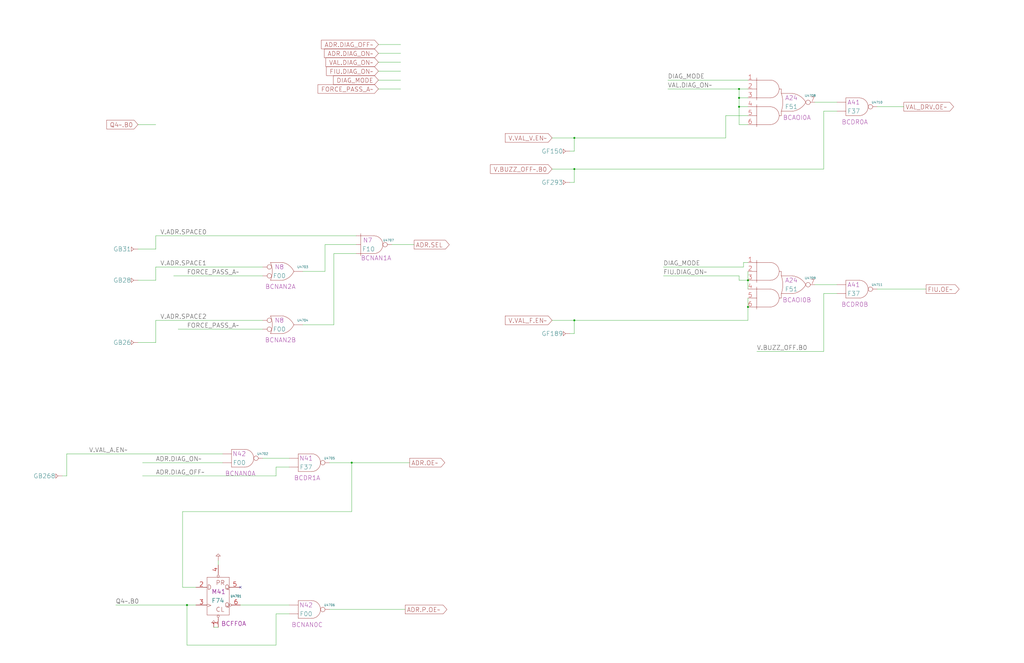
<source format=kicad_sch>
(kicad_sch (version 20230121) (generator eeschema)
  (paper "User" 584.2 378.46)
  (title_block (title "BUS CONTROL") (date "22-MAR-90") (rev "1.0") (comment 1 "VALUE") (comment 2 "232-003063") (comment 3 "S400") (comment 4 "RELEASED"))
  (lib_symbols
    (symbol "r1000:F00" (pin_numbers hide) (pin_names hide)
      (property "Reference" "U" (at 15.24 0 0))
      (property "Value" "F00" (at 1.905 -5.08 0))
      (property "Location" "___" (at 1.905 0 0))
      (property "Name" "______" (at 2.54 -12.7 0))
      (symbol "F00_0_1"
        (polyline (pts (xy -2.54 -7.62) (xy 5.08 -7.62)) (stroke (width 0.1524)))
        (polyline (pts (xy -2.54 2.54) (xy -2.54 -7.62)) (stroke (width 0.1524)))
        (polyline (pts (xy -2.54 2.54) (xy 5.08 2.54)) (stroke (width 0.1524)))
        (arc (start 5.08 -7.62) (mid 10.1282 -2.54) (end 5.08 2.54) (stroke (width 0.1524)))
        (circle (center 11.43 -2.54) (radius 1.27) (stroke (width 0.1524)))
      )
      (symbol "F00_0_2"
        (circle (center -3.81 -5.08) (radius 1.27) (stroke (width 0.1524)))
        (circle (center -3.81 0) (radius 1.27) (stroke (width 0.1524)))
        (arc (start -3.175 -7.62) (mid -2.134 -2.54) (end -3.175 2.54) (stroke (width 0.1524)))
        (polyline (pts (xy -3.175 -7.62) (xy 3.81 -7.62)) (stroke (width 0.1524)))
        (polyline (pts (xy -3.175 2.54) (xy 3.81 2.54)) (stroke (width 0.1524)))
        (arc (start 3.81 -7.62) (mid 7.5855 -5.8306) (end 10.16 -2.54) (stroke (width 0.1524)))
        (arc (start 10.16 -2.54) (mid 7.5827 0.7471) (end 3.81 2.54) (stroke (width 0.1524)))
      )
      (symbol "F00_1_1"
        (pin input line (at -7.62 0 0) (length 5.08) (name "D0") (number "1"))
        (pin input line (at -7.62 -5.08 0) (length 5.08) (name "D1") (number "2"))
        (pin output line (at 15.24 -2.54 180) (length 2.54) (name "Q") (number "3"))
      )
      (symbol "F00_1_2"
        (pin input line (at -7.62 0 0) (length 2.54) (name "D0") (number "1"))
        (pin input line (at -7.62 -5.08 0) (length 2.54) (name "D1") (number "2"))
        (pin output line (at 15.24 -2.54 180) (length 5.08) (name "Q") (number "3"))
      )
    )
    (symbol "r1000:F10" (pin_numbers hide) (pin_names hide)
      (property "Reference" "U" (at 13.335 0 0))
      (property "Value" "F10" (at 5.715 -5.08 0))
      (property "Location" "___" (at -1.27 0 0))
      (property "Name" "______" (at -2.54 -10.16 0))
      (symbol "F10_0_1"
        (polyline (pts (xy -2.54 -7.62) (xy 5.08 -7.62)) (stroke (width 0.1524)))
        (polyline (pts (xy -2.54 2.54) (xy 5.08 2.54)) (stroke (width 0.1524)))
        (polyline (pts (xy -2.54 3.81) (xy -2.54 -8.89)) (stroke (width 0.1524)))
        (arc (start 5.08 -7.62) (mid 10.1282 -2.54) (end 5.08 2.54) (stroke (width 0.1524)))
        (circle (center 11.43 -2.54) (radius 1.27) (stroke (width 0.1524)))
      )
      (symbol "F10_0_2"
        (circle (center -3.81 -7.62) (radius 1.27) (stroke (width 0.1524)))
        (circle (center -3.81 2.54) (radius 1.27) (stroke (width 0.1524)))
        (circle (center -3.175 -2.54) (radius 1.27) (stroke (width 0.1524)))
        (arc (start -2.54 -7.62) (mid -1.8195 -2.54) (end -2.54 2.54) (stroke (width 0.1524)))
        (polyline (pts (xy -4.445 -2.54) (xy -5.08 -2.54)) (stroke (width 0.1524)))
        (polyline (pts (xy -2.54 -7.62) (xy 5.08 -7.62)) (stroke (width 0.1524)))
        (polyline (pts (xy -2.54 2.54) (xy 5.08 2.54)) (stroke (width 0.1524)))
        (polyline (pts (xy 10.795 -2.54) (xy 12.7 -2.54)) (stroke (width 0.1524)))
        (arc (start 5.08 -7.62) (mid 8.4845 -5.6954) (end 10.795 -2.54) (stroke (width 0.1524)))
        (arc (start 10.795 -2.54) (mid 8.4807 0.6111) (end 5.08 2.54) (stroke (width 0.1524)))
      )
      (symbol "F10_1_1"
        (pin input line (at -5.08 2.54 0) (length 2.54) (name "D0") (number "1"))
        (pin input line (at -5.08 -2.54 0) (length 2.54) (name "D1") (number "2"))
        (pin input line (at -5.08 -7.62 0) (length 2.54) (name "D2") (number "3"))
        (pin output line (at 15.24 -2.54 180) (length 2.54) (name "Q") (number "4"))
      )
      (symbol "F10_1_2"
        (pin input line (at -5.08 2.54 0) (length 0) (name "D0") (number "1"))
        (pin input line (at -5.08 -2.54 0) (length 0) (name "D1") (number "2"))
        (pin input line (at -5.08 -7.62 0) (length 0) (name "D2") (number "3"))
        (pin output line (at 15.24 -2.54 180) (length 2.54) (name "Q") (number "4"))
      )
    )
    (symbol "r1000:F37" (pin_numbers hide) (pin_names (offset 0) hide)
      (property "Reference" "U" (at 15.24 0 0))
      (property "Value" "F37" (at 1.905 -5.08 0))
      (property "Location" "___" (at 1.905 0 0))
      (property "Name" "______" (at 2.54 -12.7 0))
      (symbol "F37_0_1"
        (polyline (pts (xy -2.54 -7.62) (xy 5.08 -7.62)) (stroke (width 0.1524)))
        (polyline (pts (xy -2.54 2.54) (xy -2.54 -7.62)) (stroke (width 0.1524)))
        (polyline (pts (xy -2.54 2.54) (xy 5.08 2.54)) (stroke (width 0.1524)))
        (arc (start 5.08 -7.62) (mid 10.1282 -2.54) (end 5.08 2.54) (stroke (width 0.1524)))
        (circle (center 11.43 -2.54) (radius 1.27) (stroke (width 0.1524)))
      )
      (symbol "F37_0_2"
        (circle (center -3.81 -5.08) (radius 1.27) (stroke (width 0.1524)))
        (circle (center -3.81 0) (radius 1.27) (stroke (width 0.1524)))
        (arc (start -3.175 -7.62) (mid -2.134 -2.54) (end -3.175 2.54) (stroke (width 0.1524)))
        (polyline (pts (xy -3.175 -7.62) (xy 3.81 -7.62)) (stroke (width 0.1524)))
        (polyline (pts (xy -3.175 2.54) (xy 3.81 2.54)) (stroke (width 0.1524)))
        (arc (start 3.81 -7.62) (mid 7.5855 -5.8306) (end 10.16 -2.54) (stroke (width 0.1524)))
        (arc (start 10.16 -2.54) (mid 7.5827 0.7471) (end 3.81 2.54) (stroke (width 0.1524)))
      )
      (symbol "F37_1_1"
        (pin input line (at -7.62 0 0) (length 5.08) (name "D0") (number "1"))
        (pin input line (at -7.62 -5.08 0) (length 5.08) (name "D1") (number "2"))
        (pin output line (at 15.24 -2.54 180) (length 2.54) (name "Q") (number "3"))
      )
      (symbol "F37_1_2"
        (pin input line (at -7.62 0 0) (length 2.54) (name "D0") (number "1"))
        (pin input line (at -7.62 -5.08 0) (length 2.54) (name "D1") (number "2"))
        (pin output line (at 15.24 -2.54 180) (length 5.08) (name "Q") (number "3"))
      )
    )
    (symbol "r1000:F51" (pin_names hide)
      (property "Reference" "U" (at 12.7 1.27 0))
      (property "Value" "F51" (at 1.905 -5.08 0))
      (property "Location" "___" (at 1.905 0 0))
      (property "Name" "______" (at 5.08 -12.7 0))
      (symbol "F51_0_0"
        (arc (start -10.16 -15.24) (mid -6.5679 -13.7521) (end -5.08 -10.16) (stroke (width 0.1524)))
        (arc (start -10.16 0) (mid -6.5679 1.4879) (end -5.08 5.08) (stroke (width 0.1524)))
        (arc (start -5.08 -10.16) (mid -6.5679 -6.5679) (end -10.16 -5.08) (stroke (width 0.1524)))
        (arc (start -5.08 5.08) (mid -6.5679 8.6721) (end -10.16 10.16) (stroke (width 0.1524)))
        (arc (start -3.8173 -7.62) (mid -2.9926 -2.54) (end -3.8173 2.54) (stroke (width 0.1524)))
        (polyline (pts (xy -20.32 -15.24) (xy -17.78 -15.24)) (stroke (width 0.1524)))
        (polyline (pts (xy -20.32 -10.16) (xy -17.78 -10.16)) (stroke (width 0.1524)))
        (polyline (pts (xy -20.32 -5.08) (xy -17.78 -5.08)) (stroke (width 0.1524)))
        (polyline (pts (xy -20.32 0) (xy -17.78 0)) (stroke (width 0.1524)))
        (polyline (pts (xy -20.32 5.08) (xy -17.78 5.08)) (stroke (width 0.1524)))
        (polyline (pts (xy -20.32 10.16) (xy -17.78 10.16)) (stroke (width 0.1524)))
        (polyline (pts (xy -17.78 -3.81) (xy -17.78 -16.51)) (stroke (width 0.1524)))
        (polyline (pts (xy -17.78 11.43) (xy -17.78 -1.27)) (stroke (width 0.1524)))
        (polyline (pts (xy -10.16 -15.24) (xy -17.78 -15.24)) (stroke (width 0.1524)))
        (polyline (pts (xy -10.16 -5.08) (xy -17.78 -5.08)) (stroke (width 0.1524)))
        (polyline (pts (xy -10.16 0) (xy -17.78 0)) (stroke (width 0.1524)))
        (polyline (pts (xy -10.16 10.16) (xy -17.78 10.16)) (stroke (width 0.1524)))
        (polyline (pts (xy -3.81 -7.62) (xy 2.54 -7.62)) (stroke (width 0.1524)))
        (polyline (pts (xy -3.81 2.54) (xy 2.54 2.54)) (stroke (width 0.1524)))
        (polyline (pts (xy -5.08 -10.16) (xy -3.81 -10.16) (xy -3.81 -7.62)) (stroke (width 0.1524)))
        (polyline (pts (xy -5.08 5.08) (xy -3.81 5.08) (xy -3.81 2.54)) (stroke (width 0.1524)))
        (arc (start 2.54 -7.62) (mid 6.9504 -5.9805) (end 10.16 -2.54) (stroke (width 0.1524)))
        (arc (start 10.16 -2.54) (mid 6.9516 0.9024) (end 2.54 2.54) (stroke (width 0.1524)))
        (circle (center 11.43 -2.54) (radius 1.27) (stroke (width 0.1524)))
      )
      (symbol "F51_1_1"
        (pin input line (at -22.86 10.16 0) (length 2.54) (name "A1") (number "1"))
        (pin input line (at -22.86 5.08 0) (length 2.54) (name "A2") (number "2"))
        (pin input line (at -22.86 0 0) (length 2.54) (name "A3") (number "3"))
        (pin input line (at -22.86 -5.08 0) (length 2.54) (name "B1") (number "4"))
        (pin input line (at -22.86 -10.16 0) (length 2.54) (name "B2") (number "5"))
        (pin input line (at -22.86 -15.24 0) (length 2.54) (name "B3") (number "6"))
        (pin output line (at 15.24 -2.54 180) (length 2.54) (name "Q") (number "7"))
      )
    )
    (symbol "r1000:F74" (pin_names (offset 1.016) hide)
      (property "Reference" "U" (at 12.7 -2.54 0))
      (property "Value" "F74" (at -1.27 -5.08 0))
      (property "Location" "___" (at -1.27 0 0))
      (property "Name" "______" (at 11.43 -19.685 0))
      (symbol "F74_0_1"
        (rectangle (start -3.81 8.255) (end 8.89 -13.335) (stroke (width 0.1524)))
        (polyline (pts (xy 2.54 -15.24) (xy 2.54 -14.605)) (stroke (width 0.1524)))
        (polyline (pts (xy 2.54 10.16) (xy 2.54 9.525)) (stroke (width 0.1524)))
      )
      (symbol "F74_1_1"
        (circle (center 2.54 -13.97) (radius 0.635))
        (circle (center 2.54 8.89) (radius 0.635))
        (circle (center 9.525 -7.62) (radius 0.635))
        (text ">" (at -2.54 -7.62 0) (effects (font (size 2.54 2.54))))
        (text "C" (at 2.54 -10.16 0) (effects (font (size 2.54 2.54))))
        (text "D" (at -2.54 2.54 0) (effects (font (size 2.54 2.54))))
        (text "L" (at 5.08 -10.16 0) (effects (font (size 2.54 2.54))))
        (text "P" (at 2.54 5.08 0) (effects (font (size 2.54 2.54))))
        (text "Q" (at 7.62 -7.62 0) (effects (font (size 2.54 2.54))))
        (text "Q" (at 7.62 2.54 0) (effects (font (size 2.54 2.54))))
        (text "R" (at 5.08 5.08 0) (effects (font (size 2.54 2.54))))
        (pin input line (at 2.54 -20.32 90) (length 5.08) (name "CL_") (number "1"))
        (pin input line (at -10.16 2.54 0) (length 6.35) (name "D") (number "2"))
        (pin input line (at -10.16 -7.62 0) (length 6.35) (name "CLK") (number "3"))
        (pin input line (at 2.54 15.24 270) (length 5.08) (name "PR_") (number "4"))
        (pin output line (at 15.24 2.54 180) (length 6.35) (name "Q") (number "5"))
        (pin output line (at 15.24 -7.62 180) (length 5.08) (name "Q_") (number "6"))
      )
    )
    (symbol "r1000:GB" (pin_numbers hide) (pin_names (offset 0) hide)
      (property "Reference" "GB" (at 3.81 0 0))
      (symbol "GB_0_1"
        (polyline (pts (xy 2.54 0) (xy 3.81 1.27) (xy 3.81 -1.27) (xy 2.54 0)) (stroke (width 0.1524)))
      )
      (symbol "GB_1_1"
        (pin bidirectional line (at 0 0 0) (length 2.54) (name "") (number "1"))
      )
    )
    (symbol "r1000:GF" (pin_numbers hide) (pin_names (offset 0) hide)
      (property "Reference" "GF" (at 3.81 0 0))
      (symbol "GF_0_1"
        (polyline (pts (xy 2.54 0) (xy 3.81 1.27) (xy 3.81 -1.27) (xy 2.54 0)) (stroke (width 0.1524)))
      )
      (symbol "GF_1_1"
        (pin bidirectional line (at 0 0 0) (length 2.54) (name "") (number "1"))
      )
    )
    (symbol "r1000:PU" (power) (pin_numbers hide) (pin_names hide)
      (symbol "PU_0_1"
        (polyline (pts (xy 0 2.54) (xy -1.27 2.54) (xy 0 3.81) (xy 1.27 2.54) (xy 0 2.54)) (stroke (width 0.1524)))
      )
      (symbol "PU_1_1"
        (pin power_in line (at 0 0 90) (length 2.54) (name "PU") (number "1"))
      )
    )
  )
  (junction (at 200.66 264.16))
  (junction (at 426.72 175.26))
  (junction (at 327.66 96.52))
  (junction (at 421.64 55.88))
  (junction (at 327.66 182.88))
  (junction (at 421.64 60.96))
  (junction (at 106.68 345.44))
  (junction (at 426.72 160.02))
  (junction (at 421.64 50.8))
  (junction (at 327.66 78.74))
  (no_connect (at 137.16 335.28))
  (wire (pts (xy 81.28 264.16) (xy 127 264.16)))
  (wire (pts (xy 314.96 96.52) (xy 327.66 96.52)))
  (wire (pts (xy 38.1 271.78) (xy 38.1 259.08)))
  (wire (pts (xy 215.9 40.64) (xy 228.6 40.64)))
  (wire (pts (xy 101.6 187.96) (xy 149.86 187.96)))
  (wire (pts (xy 500.38 60.96) (xy 515.62 60.96)))
  (wire (pts (xy 327.66 182.88) (xy 327.66 190.5)))
  (wire (pts (xy 203.2 139.7) (xy 185.42 139.7)))
  (wire (pts (xy 78.74 195.58) (xy 88.9 195.58)))
  (wire (pts (xy 99.06 157.48) (xy 149.86 157.48)))
  (wire (pts (xy 78.74 142.24) (xy 88.9 142.24)))
  (wire (pts (xy 200.66 264.16) (xy 200.66 292.1)))
  (wire (pts (xy 223.52 139.7) (xy 236.22 139.7)))
  (wire (pts (xy 157.48 266.7) (xy 165.1 266.7)))
  (wire (pts (xy 88.9 134.62) (xy 203.2 134.62)))
  (wire (pts (xy 381 50.8) (xy 421.64 50.8)))
  (wire (pts (xy 421.64 60.96) (xy 421.64 55.88)))
  (wire (pts (xy 314.96 78.74) (xy 327.66 78.74)))
  (wire (pts (xy 426.72 170.18) (xy 426.72 175.26)))
  (wire (pts (xy 124.46 320.04) (xy 124.46 322.58)))
  (wire (pts (xy 414.02 78.74) (xy 327.66 78.74)))
  (wire (pts (xy 469.9 167.64) (xy 477.52 167.64)))
  (wire (pts (xy 104.14 292.1) (xy 104.14 335.28)))
  (wire (pts (xy 104.14 335.28) (xy 111.76 335.28)))
  (wire (pts (xy 121.92 358.14) (xy 124.46 358.14)))
  (wire (pts (xy 469.9 63.5) (xy 477.52 63.5)))
  (wire (pts (xy 421.64 160.02) (xy 421.64 157.48)))
  (wire (pts (xy 88.9 182.88) (xy 149.86 182.88)))
  (wire (pts (xy 215.9 25.4) (xy 228.6 25.4)))
  (wire (pts (xy 88.9 142.24) (xy 88.9 134.62)))
  (wire (pts (xy 185.42 139.7) (xy 185.42 154.94)))
  (wire (pts (xy 327.66 104.14) (xy 325.12 104.14)))
  (wire (pts (xy 327.66 96.52) (xy 327.66 104.14)))
  (wire (pts (xy 414.02 66.04) (xy 414.02 78.74)))
  (wire (pts (xy 200.66 264.16) (xy 233.68 264.16)))
  (wire (pts (xy 378.46 152.4) (xy 424.18 152.4)))
  (wire (pts (xy 327.66 190.5) (xy 325.12 190.5)))
  (wire (pts (xy 426.72 160.02) (xy 426.72 165.1)))
  (wire (pts (xy 88.9 195.58) (xy 88.9 182.88)))
  (wire (pts (xy 426.72 182.88) (xy 426.72 175.26)))
  (wire (pts (xy 137.16 345.44) (xy 165.1 345.44)))
  (wire (pts (xy 424.18 149.86) (xy 426.72 149.86)))
  (wire (pts (xy 469.9 96.52) (xy 469.9 63.5)))
  (wire (pts (xy 381 45.72) (xy 426.72 45.72)))
  (wire (pts (xy 327.66 182.88) (xy 426.72 182.88)))
  (wire (pts (xy 38.1 259.08) (xy 127 259.08)))
  (wire (pts (xy 88.9 152.4) (xy 149.86 152.4)))
  (wire (pts (xy 35.56 271.78) (xy 38.1 271.78)))
  (wire (pts (xy 426.72 154.94) (xy 426.72 160.02)))
  (wire (pts (xy 66.04 345.44) (xy 106.68 345.44)))
  (wire (pts (xy 200.66 292.1) (xy 104.14 292.1)))
  (wire (pts (xy 215.9 30.48) (xy 228.6 30.48)))
  (wire (pts (xy 187.96 347.98) (xy 231.14 347.98)))
  (wire (pts (xy 157.48 350.52) (xy 157.48 368.3)))
  (wire (pts (xy 327.66 78.74) (xy 327.66 86.36)))
  (wire (pts (xy 327.66 96.52) (xy 469.9 96.52)))
  (wire (pts (xy 431.8 200.66) (xy 469.9 200.66)))
  (wire (pts (xy 172.72 185.42) (xy 190.5 185.42)))
  (wire (pts (xy 78.74 160.02) (xy 88.9 160.02)))
  (wire (pts (xy 378.46 157.48) (xy 421.64 157.48)))
  (wire (pts (xy 500.38 165.1) (xy 528.32 165.1)))
  (wire (pts (xy 421.64 60.96) (xy 426.72 60.96)))
  (wire (pts (xy 81.28 271.78) (xy 157.48 271.78)))
  (wire (pts (xy 215.9 45.72) (xy 228.6 45.72)))
  (wire (pts (xy 157.48 368.3) (xy 106.68 368.3)))
  (wire (pts (xy 426.72 160.02) (xy 421.64 160.02)))
  (wire (pts (xy 88.9 160.02) (xy 88.9 152.4)))
  (wire (pts (xy 185.42 154.94) (xy 172.72 154.94)))
  (wire (pts (xy 106.68 345.44) (xy 111.76 345.44)))
  (wire (pts (xy 426.72 71.12) (xy 421.64 71.12)))
  (wire (pts (xy 215.9 50.8) (xy 228.6 50.8)))
  (wire (pts (xy 421.64 71.12) (xy 421.64 60.96)))
  (wire (pts (xy 190.5 144.78) (xy 203.2 144.78)))
  (wire (pts (xy 149.86 261.62) (xy 165.1 261.62)))
  (wire (pts (xy 464.82 162.56) (xy 477.52 162.56)))
  (wire (pts (xy 421.64 55.88) (xy 421.64 50.8)))
  (wire (pts (xy 327.66 86.36) (xy 325.12 86.36)))
  (wire (pts (xy 314.96 182.88) (xy 327.66 182.88)))
  (wire (pts (xy 424.18 152.4) (xy 424.18 149.86)))
  (wire (pts (xy 426.72 66.04) (xy 414.02 66.04)))
  (wire (pts (xy 106.68 368.3) (xy 106.68 345.44)))
  (wire (pts (xy 165.1 350.52) (xy 157.48 350.52)))
  (wire (pts (xy 190.5 185.42) (xy 190.5 144.78)))
  (wire (pts (xy 157.48 271.78) (xy 157.48 266.7)))
  (wire (pts (xy 187.96 264.16) (xy 200.66 264.16)))
  (wire (pts (xy 421.64 50.8) (xy 426.72 50.8)))
  (wire (pts (xy 421.64 55.88) (xy 426.72 55.88)))
  (wire (pts (xy 78.74 71.12) (xy 88.9 71.12)))
  (wire (pts (xy 215.9 35.56) (xy 228.6 35.56)))
  (wire (pts (xy 464.82 58.42) (xy 477.52 58.42)))
  (wire (pts (xy 469.9 200.66) (xy 469.9 167.64)))
  (label "FORCE_PASS_A~" (at 106.68 187.96 0) (effects (font (size 2.54 2.54))))
  (label "V.ADR.SPACE1" (at 91.44 152.4 0) (effects (font (size 2.54 2.54))))
  (label "FIU.DIAG_ON~" (at 378.46 157.48 0) (effects (font (size 2.54 2.54))))
  (label "FORCE_PASS_A~" (at 106.68 157.48 0) (effects (font (size 2.54 2.54))))
  (label "V.BUZZ_OFF.B0" (at 431.8 200.66 0) (effects (font (size 2.54 2.54))))
  (label "ADR.DIAG_ON~" (at 88.9 264.16 0) (effects (font (size 2.54 2.54))))
  (label "V.ADR.SPACE0" (at 91.44 134.62 0) (effects (font (size 2.54 2.54))))
  (label "VAL.DIAG_ON~" (at 381 50.8 0) (effects (font (size 2.54 2.54))))
  (label "DIAG_MODE" (at 381 45.72 0) (effects (font (size 2.54 2.54))))
  (label "ADR.DIAG_OFF~" (at 88.9 271.78 0) (effects (font (size 2.54 2.54))))
  (label "Q4~.B0" (at 66.04 345.44 0) (effects (font (size 2.54 2.54))))
  (label "V.VAL_A.EN~" (at 50.8 259.08 0) (effects (font (size 2.54 2.54))))
  (label "DIAG_MODE" (at 378.46 152.4 0) (effects (font (size 2.54 2.54))))
  (label "V.ADR.SPACE2" (at 91.44 182.88 0) (effects (font (size 2.54 2.54))))
  (global_label "ADR.OE~" (shape output) (at 233.68 264.16 0) (effects (font (size 2.54 2.54))) (property "Intersheetrefs" "${INTERSHEET_REFS}" (at 253.746 264.0013 0) (effects (font (size 1.905 1.905)) (justify left))))
  (global_label "FORCE_PASS_A~" (shape input) (at 215.9 50.8 180) (effects (font (size 2.54 2.54))) (property "Intersheetrefs" "${INTERSHEET_REFS}" (at 181.4407 50.6413 0) (effects (font (size 1.905 1.905)) (justify right))))
  (global_label "ADR.DIAG_ON~" (shape input) (at 215.9 30.48 180) (effects (font (size 2.54 2.54))) (property "Intersheetrefs" "${INTERSHEET_REFS}" (at 185.0692 30.3213 0) (effects (font (size 1.905 1.905)) (justify right))))
  (global_label "V.VAL_F.EN~" (shape input) (at 314.96 182.88 180) (effects (font (size 2.54 2.54))) (property "Intersheetrefs" "${INTERSHEET_REFS}" (at 288.2416 182.7213 0) (effects (font (size 1.905 1.905)) (justify right))))
  (global_label "ADR.P.OE~" (shape output) (at 231.14 347.98 0) (effects (font (size 2.54 2.54))) (property "Intersheetrefs" "${INTERSHEET_REFS}" (at 254.9555 347.8213 0) (effects (font (size 1.905 1.905)) (justify left))))
  (global_label "VAL_DRV.OE~" (shape output) (at 515.62 60.96 0) (effects (font (size 2.54 2.54))) (property "Intersheetrefs" "${INTERSHEET_REFS}" (at 544.0317 60.8013 0) (effects (font (size 1.905 1.905)) (justify left))))
  (global_label "V.VAL_V.EN~" (shape input) (at 314.96 78.74 180) (effects (font (size 2.54 2.54))) (property "Intersheetrefs" "${INTERSHEET_REFS}" (at 288.2416 78.5813 0) (effects (font (size 1.905 1.905)) (justify right))))
  (global_label "DIAG_MODE" (shape input) (at 215.9 45.72 180) (effects (font (size 2.54 2.54))) (property "Intersheetrefs" "${INTERSHEET_REFS}" (at 190.2702 45.5613 0) (effects (font (size 1.905 1.905)) (justify right))))
  (global_label "FIU.DIAG_ON~" (shape input) (at 215.9 40.64 180) (effects (font (size 2.54 2.54))) (property "Intersheetrefs" "${INTERSHEET_REFS}" (at 186.2788 40.4813 0) (effects (font (size 1.905 1.905)) (justify right))))
  (global_label "VAL.DIAG_ON~" (shape input) (at 215.9 35.56 180) (effects (font (size 2.54 2.54))) (property "Intersheetrefs" "${INTERSHEET_REFS}" (at 185.9159 35.4013 0) (effects (font (size 1.905 1.905)) (justify right))))
  (global_label "Q4~.B0" (shape input) (at 78.74 71.12 180) (effects (font (size 2.54 2.54))) (property "Intersheetrefs" "${INTERSHEET_REFS}" (at 60.8511 70.9613 0) (effects (font (size 1.905 1.905)) (justify right))))
  (global_label "V.BUZZ_OFF~.B0" (shape input) (at 314.96 96.52 180) (effects (font (size 2.54 2.54))) (property "Intersheetrefs" "${INTERSHEET_REFS}" (at 279.775 96.3613 0) (effects (font (size 1.905 1.905)) (justify right))))
  (global_label "ADR.DIAG_OFF~" (shape input) (at 215.9 25.4 180) (effects (font (size 2.54 2.54))) (property "Intersheetrefs" "${INTERSHEET_REFS}" (at 183.3759 25.2413 0) (effects (font (size 1.905 1.905)) (justify right))))
  (global_label "FIU.OE~" (shape output) (at 528.32 165.1 0) (effects (font (size 2.54 2.54))) (property "Intersheetrefs" "${INTERSHEET_REFS}" (at 547.1765 164.9413 0) (effects (font (size 1.905 1.905)) (justify left))))
  (global_label "ADR.SEL" (shape output) (at 236.22 139.7 0) (effects (font (size 2.54 2.54))) (property "Intersheetrefs" "${INTERSHEET_REFS}" (at 256.286 139.5413 0) (effects (font (size 1.905 1.905)) (justify left))))
  (symbol (lib_id "r1000:F00") (at 157.48 152.4 0) (unit 1) (convert 2)
    (property "Reference" "U4703" (at 172.72 152.4 0))
    (property "Value" "F00" (at 159.385 157.48 0) (effects (font (size 2.54 2.54))))
    (property "Location" "N8" (at 159.385 152.4 0) (effects (font (size 2.54 2.54))))
    (property "Name" "BCNAN2A" (at 160.02 165.1 0) (effects (font (size 2.54 2.54)) (justify bottom)))
  )
  (symbol (lib_id "r1000:GF") (at 325.12 190.5 0) (mirror y) (unit 1)
    (property "Reference" "GF189" (at 321.31 190.5 0) (effects (font (size 2.54 2.54)) (justify left)))
    (property "Value" "GF" (effects hide))
  )
  (symbol (lib_id "r1000:GB") (at 78.74 195.58 0) (mirror y) (unit 1)
    (property "Reference" "GB26" (at 74.93 195.58 0) (effects (font (size 2.54 2.54)) (justify left)))
    (property "Value" "GB" (effects hide))
  )
  (symbol (lib_id "r1000:GF") (at 325.12 86.36 0) (mirror y) (unit 1)
    (property "Reference" "GF150" (at 321.31 86.36 0) (effects (font (size 2.54 2.54)) (justify left)))
    (property "Value" "GF" (effects hide))
  )
  (symbol (lib_id "r1000:F51") (at 449.58 55.88 0) (unit 1)
    (property "Reference" "U4708" (at 462.28 54.61 0))
    (property "Value" "F51" (at 451.485 60.96 0) (effects (font (size 2.54 2.54))))
    (property "Location" "A24" (at 451.485 55.88 0) (effects (font (size 2.54 2.54))))
    (property "Name" "BCAOI0A" (at 454.66 68.58 0) (effects (font (size 2.54 2.54)) (justify bottom)))
  )
  (symbol (lib_id "r1000:PU") (at 121.92 358.14 0) (unit 1)
    (property "Reference" "#PWR04701" (effects hide))
    (property "Value" "PU" (effects hide))
  )
  (symbol (lib_id "r1000:F51") (at 449.58 160.02 0) (unit 1)
    (property "Reference" "U4709" (at 462.28 158.75 0))
    (property "Value" "F51" (at 451.485 165.1 0) (effects (font (size 2.54 2.54))))
    (property "Location" "A24" (at 451.485 160.02 0) (effects (font (size 2.54 2.54))))
    (property "Name" "BCAOI0B" (at 454.66 172.72 0) (effects (font (size 2.54 2.54)) (justify bottom)))
  )
  (symbol (lib_id "r1000:F00") (at 157.48 182.88 0) (unit 1) (convert 2)
    (property "Reference" "U4704" (at 172.72 182.88 0))
    (property "Value" "F00" (at 159.385 187.96 0) (effects (font (size 2.54 2.54))))
    (property "Location" "N8" (at 159.385 182.88 0) (effects (font (size 2.54 2.54))))
    (property "Name" "BCNAN2B" (at 160.02 195.58 0) (effects (font (size 2.54 2.54)) (justify bottom)))
  )
  (symbol (lib_id "r1000:F37") (at 485.14 162.56 0) (unit 1)
    (property "Reference" "U4711" (at 500.38 162.56 0))
    (property "Value" "F37" (at 487.045 167.64 0) (effects (font (size 2.54 2.54))))
    (property "Location" "A41" (at 487.045 162.56 0) (effects (font (size 2.54 2.54))))
    (property "Name" "BCDR0B" (at 487.68 175.26 0) (effects (font (size 2.54 2.54)) (justify bottom)))
  )
  (symbol (lib_id "r1000:F00") (at 172.72 345.44 0) (unit 1)
    (property "Reference" "U4706" (at 187.96 345.44 0))
    (property "Value" "F00" (at 174.625 350.52 0) (effects (font (size 2.54 2.54))))
    (property "Location" "N42" (at 174.625 345.44 0) (effects (font (size 2.54 2.54))))
    (property "Name" "BCNAN0C" (at 175.26 358.14 0) (effects (font (size 2.54 2.54)) (justify bottom)))
  )
  (symbol (lib_id "r1000:PU") (at 124.46 320.04 0) (unit 1)
    (property "Reference" "#PWR04702" (effects hide))
    (property "Value" "PU" (effects hide))
  )
  (symbol (lib_id "r1000:GF") (at 325.12 104.14 0) (mirror y) (unit 1)
    (property "Reference" "GF293" (at 321.31 104.14 0) (effects (font (size 2.54 2.54)) (justify left)))
    (property "Value" "GF" (effects hide))
  )
  (symbol (lib_id "r1000:F37") (at 172.72 261.62 0) (unit 1)
    (property "Reference" "U4705" (at 187.96 261.62 0))
    (property "Value" "F37" (at 174.625 266.7 0) (effects (font (size 2.54 2.54))))
    (property "Location" "N41" (at 174.625 261.62 0) (effects (font (size 2.54 2.54))))
    (property "Name" "BCDR1A" (at 175.26 274.32 0) (effects (font (size 2.54 2.54)) (justify bottom)))
  )
  (symbol (lib_id "r1000:GB") (at 78.74 142.24 0) (mirror y) (unit 1)
    (property "Reference" "GB31" (at 74.93 142.24 0) (effects (font (size 2.54 2.54)) (justify left)))
    (property "Value" "GB" (effects hide))
  )
  (symbol (lib_id "r1000:GB") (at 78.74 160.02 0) (mirror y) (unit 1)
    (property "Reference" "GB28" (at 74.93 160.02 0) (effects (font (size 2.54 2.54)) (justify left)))
    (property "Value" "GB" (effects hide))
  )
  (symbol (lib_id "r1000:F74") (at 121.92 337.82 0) (unit 1)
    (property "Reference" "U4701" (at 134.62 340.36 0))
    (property "Value" "F74" (at 120.65 342.9 0) (effects (font (size 2.54 2.54)) (justify left)))
    (property "Location" "M41" (at 120.65 337.82 0) (effects (font (size 2.54 2.54)) (justify left)))
    (property "Name" "BCFF0A" (at 133.35 357.505 0) (effects (font (size 2.54 2.54)) (justify bottom)))
  )
  (symbol (lib_id "r1000:F00") (at 134.62 259.08 0) (unit 1)
    (property "Reference" "U4702" (at 149.86 259.08 0))
    (property "Value" "F00" (at 136.525 264.16 0) (effects (font (size 2.54 2.54))))
    (property "Location" "N42" (at 136.525 259.08 0) (effects (font (size 2.54 2.54))))
    (property "Name" "BCNAN0A" (at 137.16 271.78 0) (effects (font (size 2.54 2.54)) (justify bottom)))
  )
  (symbol (lib_id "r1000:F37") (at 485.14 58.42 0) (unit 1)
    (property "Reference" "U4710" (at 500.38 58.42 0))
    (property "Value" "F37" (at 487.045 63.5 0) (effects (font (size 2.54 2.54))))
    (property "Location" "A41" (at 487.045 58.42 0) (effects (font (size 2.54 2.54))))
    (property "Name" "BCDR0A" (at 487.68 71.12 0) (effects (font (size 2.54 2.54)) (justify bottom)))
  )
  (symbol (lib_id "r1000:F10") (at 208.28 137.16 0) (unit 1)
    (property "Reference" "U4707" (at 221.615 137.16 0))
    (property "Value" "F10" (at 213.995 142.24 0) (effects (font (size 2.54 2.54)) (justify right)))
    (property "Location" "N7" (at 207.01 137.16 0) (effects (font (size 2.54 2.54)) (justify left)))
    (property "Name" "BCNAN1A" (at 205.74 147.32 0) (effects (font (size 2.54 2.54)) (justify left)))
  )
  (symbol (lib_id "r1000:GB") (at 35.56 271.78 0) (mirror y) (unit 1)
    (property "Reference" "GB268" (at 31.75 271.78 0) (effects (font (size 2.54 2.54)) (justify left)))
    (property "Value" "GB" (effects hide))
  )
)
</source>
